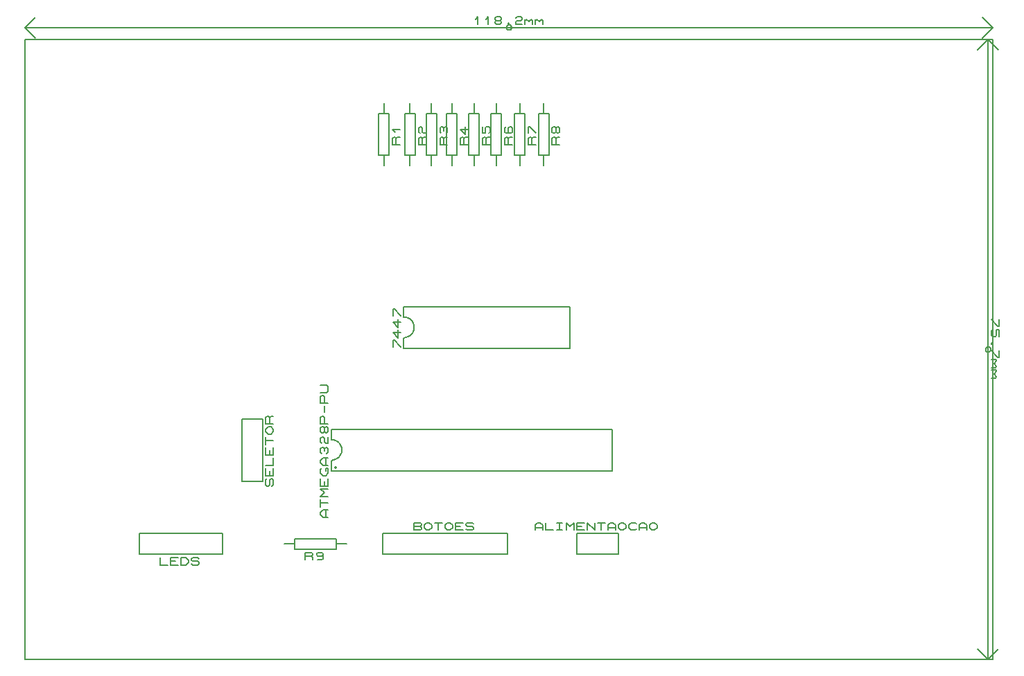
<source format=gbr>
G04 PROTEUS GERBER X2 FILE*
%TF.GenerationSoftware,Labcenter,Proteus,8.9-SP0-Build27865*%
%TF.CreationDate,2021-05-25T18:16:11+00:00*%
%TF.FileFunction,Legend,Top*%
%TF.FilePolarity,Positive*%
%TF.Part,Single*%
%TF.SameCoordinates,{8c929804-3c0d-4c6f-a7b4-99d41835b1df}*%
%FSLAX45Y45*%
%MOMM*%
G01*
%TA.AperFunction,Material*%
%ADD71C,0.203200*%
%TA.AperFunction,Profile*%
%ADD18C,0.203200*%
%TA.AperFunction,NonMaterial*%
%ADD20C,0.203200*%
%TD.AperFunction*%
D71*
X-6617344Y+3431104D02*
X-6617344Y+3558104D01*
X-6490344Y+3685104D02*
X-6492780Y+3710980D01*
X-6499829Y+3734952D01*
X-6511106Y+3756542D01*
X-6526222Y+3775274D01*
X-6544790Y+3790673D01*
X-6566425Y+3802262D01*
X-6590738Y+3809564D01*
X-6617344Y+3812104D01*
X-6490344Y+3685104D02*
X-6492780Y+3658498D01*
X-6499829Y+3634185D01*
X-6511106Y+3612550D01*
X-6526222Y+3593982D01*
X-6544790Y+3578866D01*
X-6566425Y+3567589D01*
X-6590738Y+3560540D01*
X-6617344Y+3558104D01*
X-6617344Y+3812104D02*
X-6617344Y+3939104D01*
X-4585344Y+3431104D02*
X-4585344Y+3939104D01*
X-6617344Y+3431104D02*
X-4585344Y+3431104D01*
X-4585344Y+3939104D02*
X-6617344Y+3939104D01*
X-6749424Y+3446979D02*
X-6749424Y+3526354D01*
X-6734184Y+3526354D01*
X-6657984Y+3446979D01*
X-6688464Y+3653354D02*
X-6688464Y+3558104D01*
X-6749424Y+3621604D01*
X-6657984Y+3621604D01*
X-6688464Y+3780354D02*
X-6688464Y+3685104D01*
X-6749424Y+3748604D01*
X-6657984Y+3748604D01*
X-6749424Y+3827979D02*
X-6749424Y+3907354D01*
X-6734184Y+3907354D01*
X-6657984Y+3827979D01*
X-7501844Y+1931934D02*
X-4072844Y+1931934D01*
X-4072844Y+2439934D01*
X-7501844Y+2439934D01*
X-7501844Y+1931934D02*
X-7501844Y+2058934D01*
X-7501844Y+2439934D02*
X-7501844Y+2312934D01*
X-7501844Y+2058934D02*
X-7475876Y+2061461D01*
X-7451862Y+2068732D01*
X-7430267Y+2080282D01*
X-7411555Y+2095645D01*
X-7396192Y+2114357D01*
X-7384642Y+2135953D01*
X-7377371Y+2159967D01*
X-7374844Y+2185934D01*
X-7501844Y+2312934D02*
X-7475876Y+2310407D01*
X-7451862Y+2303136D01*
X-7430267Y+2291587D01*
X-7411555Y+2276223D01*
X-7396192Y+2257511D01*
X-7384642Y+2235916D01*
X-7377371Y+2211902D01*
X-7374844Y+2185934D01*
X-7443860Y+1972574D02*
X-7443885Y+1973171D01*
X-7444087Y+1974367D01*
X-7444511Y+1975563D01*
X-7445205Y+1976759D01*
X-7446265Y+1977938D01*
X-7447461Y+1978801D01*
X-7448657Y+1979350D01*
X-7449853Y+1979659D01*
X-7451044Y+1979758D01*
X-7458228Y+1972574D02*
X-7458203Y+1973171D01*
X-7458001Y+1974367D01*
X-7457577Y+1975563D01*
X-7456883Y+1976759D01*
X-7455823Y+1977938D01*
X-7454627Y+1978801D01*
X-7453431Y+1979350D01*
X-7452235Y+1979659D01*
X-7451044Y+1979758D01*
X-7458228Y+1972574D02*
X-7458203Y+1971977D01*
X-7458001Y+1970781D01*
X-7457577Y+1969585D01*
X-7456883Y+1968389D01*
X-7455823Y+1967210D01*
X-7454627Y+1966347D01*
X-7453431Y+1965798D01*
X-7452235Y+1965489D01*
X-7451044Y+1965390D01*
X-7443860Y+1972574D02*
X-7443885Y+1971977D01*
X-7444087Y+1970781D01*
X-7444511Y+1969585D01*
X-7445205Y+1968389D01*
X-7446265Y+1967210D01*
X-7447461Y+1966347D01*
X-7448657Y+1965798D01*
X-7449853Y+1965489D01*
X-7451044Y+1965390D01*
X-7542484Y+1360434D02*
X-7603444Y+1360434D01*
X-7633924Y+1392184D01*
X-7633924Y+1423934D01*
X-7603444Y+1455684D01*
X-7542484Y+1455684D01*
X-7572964Y+1360434D02*
X-7572964Y+1455684D01*
X-7633924Y+1487434D02*
X-7633924Y+1582684D01*
X-7633924Y+1535059D02*
X-7542484Y+1535059D01*
X-7542484Y+1614434D02*
X-7633924Y+1614434D01*
X-7588204Y+1662059D01*
X-7633924Y+1709684D01*
X-7542484Y+1709684D01*
X-7542484Y+1836684D02*
X-7542484Y+1741434D01*
X-7633924Y+1741434D01*
X-7633924Y+1836684D01*
X-7588204Y+1741434D02*
X-7588204Y+1804934D01*
X-7572964Y+1931934D02*
X-7572964Y+1963684D01*
X-7542484Y+1963684D01*
X-7542484Y+1900184D01*
X-7572964Y+1868434D01*
X-7603444Y+1868434D01*
X-7633924Y+1900184D01*
X-7633924Y+1947809D01*
X-7618684Y+1963684D01*
X-7542484Y+1995434D02*
X-7603444Y+1995434D01*
X-7633924Y+2027184D01*
X-7633924Y+2058934D01*
X-7603444Y+2090684D01*
X-7542484Y+2090684D01*
X-7572964Y+1995434D02*
X-7572964Y+2090684D01*
X-7618684Y+2138309D02*
X-7633924Y+2154184D01*
X-7633924Y+2201809D01*
X-7618684Y+2217684D01*
X-7603444Y+2217684D01*
X-7588204Y+2201809D01*
X-7572964Y+2217684D01*
X-7557724Y+2217684D01*
X-7542484Y+2201809D01*
X-7542484Y+2154184D01*
X-7557724Y+2138309D01*
X-7588204Y+2170059D02*
X-7588204Y+2201809D01*
X-7618684Y+2265309D02*
X-7633924Y+2281184D01*
X-7633924Y+2328809D01*
X-7618684Y+2344684D01*
X-7603444Y+2344684D01*
X-7588204Y+2328809D01*
X-7588204Y+2281184D01*
X-7572964Y+2265309D01*
X-7542484Y+2265309D01*
X-7542484Y+2344684D01*
X-7588204Y+2408184D02*
X-7603444Y+2392309D01*
X-7618684Y+2392309D01*
X-7633924Y+2408184D01*
X-7633924Y+2455809D01*
X-7618684Y+2471684D01*
X-7603444Y+2471684D01*
X-7588204Y+2455809D01*
X-7588204Y+2408184D01*
X-7572964Y+2392309D01*
X-7557724Y+2392309D01*
X-7542484Y+2408184D01*
X-7542484Y+2455809D01*
X-7557724Y+2471684D01*
X-7572964Y+2471684D01*
X-7588204Y+2455809D01*
X-7542484Y+2503434D02*
X-7633924Y+2503434D01*
X-7633924Y+2582809D01*
X-7618684Y+2598684D01*
X-7603444Y+2598684D01*
X-7588204Y+2582809D01*
X-7588204Y+2503434D01*
X-7588204Y+2646309D02*
X-7588204Y+2725684D01*
X-7542484Y+2757434D02*
X-7633924Y+2757434D01*
X-7633924Y+2836809D01*
X-7618684Y+2852684D01*
X-7603444Y+2852684D01*
X-7588204Y+2836809D01*
X-7588204Y+2757434D01*
X-7633924Y+2884434D02*
X-7557724Y+2884434D01*
X-7542484Y+2900309D01*
X-7542484Y+2963809D01*
X-7557724Y+2979684D01*
X-7633924Y+2979684D01*
X-6877344Y+910604D02*
X-5353344Y+910604D01*
X-5353344Y+1164604D01*
X-6877344Y+1164604D01*
X-6877344Y+910604D01*
X-6496344Y+1205244D02*
X-6496344Y+1296684D01*
X-6416969Y+1296684D01*
X-6401094Y+1281444D01*
X-6401094Y+1266204D01*
X-6416969Y+1250964D01*
X-6401094Y+1235724D01*
X-6401094Y+1220484D01*
X-6416969Y+1205244D01*
X-6496344Y+1205244D01*
X-6496344Y+1250964D02*
X-6416969Y+1250964D01*
X-6369344Y+1266204D02*
X-6337594Y+1296684D01*
X-6305844Y+1296684D01*
X-6274094Y+1266204D01*
X-6274094Y+1235724D01*
X-6305844Y+1205244D01*
X-6337594Y+1205244D01*
X-6369344Y+1235724D01*
X-6369344Y+1266204D01*
X-6242344Y+1296684D02*
X-6147094Y+1296684D01*
X-6194719Y+1296684D02*
X-6194719Y+1205244D01*
X-6115344Y+1266204D02*
X-6083594Y+1296684D01*
X-6051844Y+1296684D01*
X-6020094Y+1266204D01*
X-6020094Y+1235724D01*
X-6051844Y+1205244D01*
X-6083594Y+1205244D01*
X-6115344Y+1235724D01*
X-6115344Y+1266204D01*
X-5893094Y+1205244D02*
X-5988344Y+1205244D01*
X-5988344Y+1296684D01*
X-5893094Y+1296684D01*
X-5988344Y+1250964D02*
X-5924844Y+1250964D01*
X-5861344Y+1220484D02*
X-5845469Y+1205244D01*
X-5781969Y+1205244D01*
X-5766094Y+1220484D01*
X-5766094Y+1235724D01*
X-5781969Y+1250964D01*
X-5845469Y+1250964D01*
X-5861344Y+1266204D01*
X-5861344Y+1281444D01*
X-5845469Y+1296684D01*
X-5781969Y+1296684D01*
X-5766094Y+1281444D01*
X-9849344Y+910604D02*
X-8833344Y+910604D01*
X-8833344Y+1164604D01*
X-9849344Y+1164604D01*
X-9849344Y+910604D01*
X-9595344Y+869964D02*
X-9595344Y+778524D01*
X-9500094Y+778524D01*
X-9373094Y+778524D02*
X-9468344Y+778524D01*
X-9468344Y+869964D01*
X-9373094Y+869964D01*
X-9468344Y+824244D02*
X-9404844Y+824244D01*
X-9341344Y+778524D02*
X-9341344Y+869964D01*
X-9277844Y+869964D01*
X-9246094Y+839484D01*
X-9246094Y+809004D01*
X-9277844Y+778524D01*
X-9341344Y+778524D01*
X-9214344Y+793764D02*
X-9198469Y+778524D01*
X-9134969Y+778524D01*
X-9119094Y+793764D01*
X-9119094Y+809004D01*
X-9134969Y+824244D01*
X-9198469Y+824244D01*
X-9214344Y+839484D01*
X-9214344Y+854724D01*
X-9198469Y+869964D01*
X-9134969Y+869964D01*
X-9119094Y+854724D01*
X-6860344Y+6422104D02*
X-6860344Y+6295104D01*
X-6923844Y+5787104D02*
X-6796844Y+5787104D01*
X-6796844Y+6295104D01*
X-6923844Y+6295104D01*
X-6923844Y+5787104D01*
X-6860344Y+5787104D02*
X-6860344Y+5660104D01*
X-6664764Y+5914104D02*
X-6756204Y+5914104D01*
X-6756204Y+5993479D01*
X-6740964Y+6009354D01*
X-6725724Y+6009354D01*
X-6710484Y+5993479D01*
X-6710484Y+5914104D01*
X-6710484Y+5993479D02*
X-6695244Y+6009354D01*
X-6664764Y+6009354D01*
X-6725724Y+6072854D02*
X-6756204Y+6104604D01*
X-6664764Y+6104604D01*
X-6540344Y+6422104D02*
X-6540344Y+6295104D01*
X-6603844Y+5787104D02*
X-6476844Y+5787104D01*
X-6476844Y+6295104D01*
X-6603844Y+6295104D01*
X-6603844Y+5787104D01*
X-6540344Y+5787104D02*
X-6540344Y+5660104D01*
X-6344764Y+5914104D02*
X-6436204Y+5914104D01*
X-6436204Y+5993479D01*
X-6420964Y+6009354D01*
X-6405724Y+6009354D01*
X-6390484Y+5993479D01*
X-6390484Y+5914104D01*
X-6390484Y+5993479D02*
X-6375244Y+6009354D01*
X-6344764Y+6009354D01*
X-6420964Y+6056979D02*
X-6436204Y+6072854D01*
X-6436204Y+6120479D01*
X-6420964Y+6136354D01*
X-6405724Y+6136354D01*
X-6390484Y+6120479D01*
X-6390484Y+6072854D01*
X-6375244Y+6056979D01*
X-6344764Y+6056979D01*
X-6344764Y+6136354D01*
X-6280344Y+6422104D02*
X-6280344Y+6295104D01*
X-6343844Y+5787104D02*
X-6216844Y+5787104D01*
X-6216844Y+6295104D01*
X-6343844Y+6295104D01*
X-6343844Y+5787104D01*
X-6280344Y+5787104D02*
X-6280344Y+5660104D01*
X-6084764Y+5914104D02*
X-6176204Y+5914104D01*
X-6176204Y+5993479D01*
X-6160964Y+6009354D01*
X-6145724Y+6009354D01*
X-6130484Y+5993479D01*
X-6130484Y+5914104D01*
X-6130484Y+5993479D02*
X-6115244Y+6009354D01*
X-6084764Y+6009354D01*
X-6160964Y+6056979D02*
X-6176204Y+6072854D01*
X-6176204Y+6120479D01*
X-6160964Y+6136354D01*
X-6145724Y+6136354D01*
X-6130484Y+6120479D01*
X-6115244Y+6136354D01*
X-6100004Y+6136354D01*
X-6084764Y+6120479D01*
X-6084764Y+6072854D01*
X-6100004Y+6056979D01*
X-6130484Y+6088729D02*
X-6130484Y+6120479D01*
X-6030344Y+6422104D02*
X-6030344Y+6295104D01*
X-6093844Y+5787104D02*
X-5966844Y+5787104D01*
X-5966844Y+6295104D01*
X-6093844Y+6295104D01*
X-6093844Y+5787104D01*
X-6030344Y+5787104D02*
X-6030344Y+5660104D01*
X-5834764Y+5914104D02*
X-5926204Y+5914104D01*
X-5926204Y+5993479D01*
X-5910964Y+6009354D01*
X-5895724Y+6009354D01*
X-5880484Y+5993479D01*
X-5880484Y+5914104D01*
X-5880484Y+5993479D02*
X-5865244Y+6009354D01*
X-5834764Y+6009354D01*
X-5865244Y+6136354D02*
X-5865244Y+6041104D01*
X-5926204Y+6104604D01*
X-5834764Y+6104604D01*
X-5760344Y+6422104D02*
X-5760344Y+6295104D01*
X-5823844Y+5787104D02*
X-5696844Y+5787104D01*
X-5696844Y+6295104D01*
X-5823844Y+6295104D01*
X-5823844Y+5787104D01*
X-5760344Y+5787104D02*
X-5760344Y+5660104D01*
X-5564764Y+5914104D02*
X-5656204Y+5914104D01*
X-5656204Y+5993479D01*
X-5640964Y+6009354D01*
X-5625724Y+6009354D01*
X-5610484Y+5993479D01*
X-5610484Y+5914104D01*
X-5610484Y+5993479D02*
X-5595244Y+6009354D01*
X-5564764Y+6009354D01*
X-5656204Y+6136354D02*
X-5656204Y+6056979D01*
X-5625724Y+6056979D01*
X-5625724Y+6120479D01*
X-5610484Y+6136354D01*
X-5580004Y+6136354D01*
X-5564764Y+6120479D01*
X-5564764Y+6072854D01*
X-5580004Y+6056979D01*
X-5490344Y+6422104D02*
X-5490344Y+6295104D01*
X-5553844Y+5787104D02*
X-5426844Y+5787104D01*
X-5426844Y+6295104D01*
X-5553844Y+6295104D01*
X-5553844Y+5787104D01*
X-5490344Y+5787104D02*
X-5490344Y+5660104D01*
X-5294764Y+5914104D02*
X-5386204Y+5914104D01*
X-5386204Y+5993479D01*
X-5370964Y+6009354D01*
X-5355724Y+6009354D01*
X-5340484Y+5993479D01*
X-5340484Y+5914104D01*
X-5340484Y+5993479D02*
X-5325244Y+6009354D01*
X-5294764Y+6009354D01*
X-5370964Y+6136354D02*
X-5386204Y+6120479D01*
X-5386204Y+6072854D01*
X-5370964Y+6056979D01*
X-5310004Y+6056979D01*
X-5294764Y+6072854D01*
X-5294764Y+6120479D01*
X-5310004Y+6136354D01*
X-5325244Y+6136354D01*
X-5340484Y+6120479D01*
X-5340484Y+6056979D01*
X-5200344Y+6422104D02*
X-5200344Y+6295104D01*
X-5263844Y+5787104D02*
X-5136844Y+5787104D01*
X-5136844Y+6295104D01*
X-5263844Y+6295104D01*
X-5263844Y+5787104D01*
X-5200344Y+5787104D02*
X-5200344Y+5660104D01*
X-5004764Y+5914104D02*
X-5096204Y+5914104D01*
X-5096204Y+5993479D01*
X-5080964Y+6009354D01*
X-5065724Y+6009354D01*
X-5050484Y+5993479D01*
X-5050484Y+5914104D01*
X-5050484Y+5993479D02*
X-5035244Y+6009354D01*
X-5004764Y+6009354D01*
X-5096204Y+6056979D02*
X-5096204Y+6136354D01*
X-5080964Y+6136354D01*
X-5004764Y+6056979D01*
X-4910344Y+6422104D02*
X-4910344Y+6295104D01*
X-4973844Y+5787104D02*
X-4846844Y+5787104D01*
X-4846844Y+6295104D01*
X-4973844Y+6295104D01*
X-4973844Y+5787104D01*
X-4910344Y+5787104D02*
X-4910344Y+5660104D01*
X-4714764Y+5914104D02*
X-4806204Y+5914104D01*
X-4806204Y+5993479D01*
X-4790964Y+6009354D01*
X-4775724Y+6009354D01*
X-4760484Y+5993479D01*
X-4760484Y+5914104D01*
X-4760484Y+5993479D02*
X-4745244Y+6009354D01*
X-4714764Y+6009354D01*
X-4760484Y+6072854D02*
X-4775724Y+6056979D01*
X-4790964Y+6056979D01*
X-4806204Y+6072854D01*
X-4806204Y+6120479D01*
X-4790964Y+6136354D01*
X-4775724Y+6136354D01*
X-4760484Y+6120479D01*
X-4760484Y+6072854D01*
X-4745244Y+6056979D01*
X-4730004Y+6056979D01*
X-4714764Y+6072854D01*
X-4714764Y+6120479D01*
X-4730004Y+6136354D01*
X-4745244Y+6136354D01*
X-4760484Y+6120479D01*
X-7317344Y+1037604D02*
X-7444344Y+1037604D01*
X-7952344Y+974104D02*
X-7444344Y+974104D01*
X-7444344Y+1101104D01*
X-7952344Y+1101104D01*
X-7952344Y+974104D01*
X-7952344Y+1037604D02*
X-8079344Y+1037604D01*
X-7825344Y+842024D02*
X-7825344Y+933464D01*
X-7745969Y+933464D01*
X-7730094Y+918224D01*
X-7730094Y+902984D01*
X-7745969Y+887744D01*
X-7825344Y+887744D01*
X-7745969Y+887744D02*
X-7730094Y+872504D01*
X-7730094Y+842024D01*
X-7603094Y+902984D02*
X-7618969Y+887744D01*
X-7666594Y+887744D01*
X-7682469Y+902984D01*
X-7682469Y+918224D01*
X-7666594Y+933464D01*
X-7618969Y+933464D01*
X-7603094Y+918224D01*
X-7603094Y+857264D01*
X-7618969Y+842024D01*
X-7666594Y+842024D01*
X-8597344Y+1804934D02*
X-8343344Y+1804934D01*
X-8343344Y+2566934D01*
X-8597344Y+2566934D01*
X-8597344Y+1804934D01*
X-8226504Y+1741434D02*
X-8211264Y+1757309D01*
X-8211264Y+1820809D01*
X-8226504Y+1836684D01*
X-8241744Y+1836684D01*
X-8256984Y+1820809D01*
X-8256984Y+1757309D01*
X-8272224Y+1741434D01*
X-8287464Y+1741434D01*
X-8302704Y+1757309D01*
X-8302704Y+1820809D01*
X-8287464Y+1836684D01*
X-8211264Y+1963684D02*
X-8211264Y+1868434D01*
X-8302704Y+1868434D01*
X-8302704Y+1963684D01*
X-8256984Y+1868434D02*
X-8256984Y+1931934D01*
X-8302704Y+1995434D02*
X-8211264Y+1995434D01*
X-8211264Y+2090684D01*
X-8211264Y+2217684D02*
X-8211264Y+2122434D01*
X-8302704Y+2122434D01*
X-8302704Y+2217684D01*
X-8256984Y+2122434D02*
X-8256984Y+2185934D01*
X-8302704Y+2249434D02*
X-8302704Y+2344684D01*
X-8302704Y+2297059D02*
X-8211264Y+2297059D01*
X-8272224Y+2376434D02*
X-8302704Y+2408184D01*
X-8302704Y+2439934D01*
X-8272224Y+2471684D01*
X-8241744Y+2471684D01*
X-8211264Y+2439934D01*
X-8211264Y+2408184D01*
X-8241744Y+2376434D01*
X-8272224Y+2376434D01*
X-8211264Y+2503434D02*
X-8302704Y+2503434D01*
X-8302704Y+2582809D01*
X-8287464Y+2598684D01*
X-8272224Y+2598684D01*
X-8256984Y+2582809D01*
X-8256984Y+2503434D01*
X-8256984Y+2582809D02*
X-8241744Y+2598684D01*
X-8211264Y+2598684D01*
X-4507344Y+910604D02*
X-3999344Y+910604D01*
X-3999344Y+1164604D01*
X-4507344Y+1164604D01*
X-4507344Y+910604D01*
X-5015344Y+1205244D02*
X-5015344Y+1266204D01*
X-4983594Y+1296684D01*
X-4951844Y+1296684D01*
X-4920094Y+1266204D01*
X-4920094Y+1205244D01*
X-5015344Y+1235724D02*
X-4920094Y+1235724D01*
X-4888344Y+1296684D02*
X-4888344Y+1205244D01*
X-4793094Y+1205244D01*
X-4745469Y+1296684D02*
X-4681969Y+1296684D01*
X-4713719Y+1296684D02*
X-4713719Y+1205244D01*
X-4745469Y+1205244D02*
X-4681969Y+1205244D01*
X-4634344Y+1205244D02*
X-4634344Y+1296684D01*
X-4586719Y+1250964D01*
X-4539094Y+1296684D01*
X-4539094Y+1205244D01*
X-4412094Y+1205244D02*
X-4507344Y+1205244D01*
X-4507344Y+1296684D01*
X-4412094Y+1296684D01*
X-4507344Y+1250964D02*
X-4443844Y+1250964D01*
X-4380344Y+1205244D02*
X-4380344Y+1296684D01*
X-4285094Y+1205244D01*
X-4285094Y+1296684D01*
X-4253344Y+1296684D02*
X-4158094Y+1296684D01*
X-4205719Y+1296684D02*
X-4205719Y+1205244D01*
X-4126344Y+1205244D02*
X-4126344Y+1266204D01*
X-4094594Y+1296684D01*
X-4062844Y+1296684D01*
X-4031094Y+1266204D01*
X-4031094Y+1205244D01*
X-4126344Y+1235724D02*
X-4031094Y+1235724D01*
X-3999344Y+1266204D02*
X-3967594Y+1296684D01*
X-3935844Y+1296684D01*
X-3904094Y+1266204D01*
X-3904094Y+1235724D01*
X-3935844Y+1205244D01*
X-3967594Y+1205244D01*
X-3999344Y+1235724D01*
X-3999344Y+1266204D01*
X-3777094Y+1220484D02*
X-3792969Y+1205244D01*
X-3840594Y+1205244D01*
X-3872344Y+1235724D01*
X-3872344Y+1266204D01*
X-3840594Y+1296684D01*
X-3792969Y+1296684D01*
X-3777094Y+1281444D01*
X-3745344Y+1205244D02*
X-3745344Y+1266204D01*
X-3713594Y+1296684D01*
X-3681844Y+1296684D01*
X-3650094Y+1266204D01*
X-3650094Y+1205244D01*
X-3745344Y+1235724D02*
X-3650094Y+1235724D01*
X-3618344Y+1266204D02*
X-3586594Y+1296684D01*
X-3554844Y+1296684D01*
X-3523094Y+1266204D01*
X-3523094Y+1235724D01*
X-3554844Y+1205244D01*
X-3586594Y+1205244D01*
X-3618344Y+1235724D01*
X-3618344Y+1266204D01*
D18*
X-11240344Y-370596D02*
X+579656Y-370596D01*
X+579656Y+7199404D01*
X-11240344Y+7199404D01*
X-11240344Y-370596D01*
D20*
X-11240344Y+7349404D02*
X+579656Y+7349404D01*
X-11240344Y+7349404D02*
X-11113344Y+7222404D01*
X-11240344Y+7349404D02*
X-11113344Y+7476404D01*
X+579656Y+7349404D02*
X+452656Y+7476404D01*
X+579656Y+7349404D02*
X+452656Y+7222404D01*
X-5298594Y+7349404D02*
X-5298703Y+7352038D01*
X-5299593Y+7357307D01*
X-5301455Y+7362576D01*
X-5304498Y+7367845D01*
X-5309153Y+7373047D01*
X-5314422Y+7376873D01*
X-5319691Y+7379313D01*
X-5324960Y+7380694D01*
X-5330229Y+7381154D01*
X-5330344Y+7381154D01*
X-5362094Y+7349404D02*
X-5361985Y+7352038D01*
X-5361095Y+7357307D01*
X-5359233Y+7362576D01*
X-5356190Y+7367845D01*
X-5351535Y+7373047D01*
X-5346266Y+7376873D01*
X-5340997Y+7379313D01*
X-5335728Y+7380694D01*
X-5330459Y+7381154D01*
X-5330344Y+7381154D01*
X-5362094Y+7349404D02*
X-5361985Y+7346770D01*
X-5361095Y+7341501D01*
X-5359233Y+7336232D01*
X-5356190Y+7330963D01*
X-5351535Y+7325761D01*
X-5346266Y+7321935D01*
X-5340997Y+7319495D01*
X-5335728Y+7318114D01*
X-5330459Y+7317654D01*
X-5330344Y+7317654D01*
X-5298594Y+7349404D02*
X-5298703Y+7346770D01*
X-5299593Y+7341501D01*
X-5301455Y+7336232D01*
X-5304498Y+7330963D01*
X-5309153Y+7325761D01*
X-5314422Y+7321935D01*
X-5319691Y+7319495D01*
X-5324960Y+7318114D01*
X-5330229Y+7317654D01*
X-5330344Y+7317654D01*
X-5743094Y+7451004D02*
X-5711344Y+7481484D01*
X-5711344Y+7390044D01*
X-5616094Y+7451004D02*
X-5584344Y+7481484D01*
X-5584344Y+7390044D01*
X-5489094Y+7435764D02*
X-5504969Y+7451004D01*
X-5504969Y+7466244D01*
X-5489094Y+7481484D01*
X-5441469Y+7481484D01*
X-5425594Y+7466244D01*
X-5425594Y+7451004D01*
X-5441469Y+7435764D01*
X-5489094Y+7435764D01*
X-5504969Y+7420524D01*
X-5504969Y+7405284D01*
X-5489094Y+7390044D01*
X-5441469Y+7390044D01*
X-5425594Y+7405284D01*
X-5425594Y+7420524D01*
X-5441469Y+7435764D01*
X-5346219Y+7405284D02*
X-5330344Y+7405284D01*
X-5330344Y+7390044D01*
X-5346219Y+7390044D01*
X-5346219Y+7405284D01*
X-5250969Y+7466244D02*
X-5235094Y+7481484D01*
X-5187469Y+7481484D01*
X-5171594Y+7466244D01*
X-5171594Y+7451004D01*
X-5187469Y+7435764D01*
X-5235094Y+7435764D01*
X-5250969Y+7420524D01*
X-5250969Y+7390044D01*
X-5171594Y+7390044D01*
X-5139844Y+7390044D02*
X-5139844Y+7451004D01*
X-5139844Y+7435764D02*
X-5123969Y+7451004D01*
X-5092219Y+7420524D01*
X-5060469Y+7451004D01*
X-5044594Y+7435764D01*
X-5044594Y+7390044D01*
X-5012844Y+7390044D02*
X-5012844Y+7451004D01*
X-5012844Y+7435764D02*
X-4996969Y+7451004D01*
X-4965219Y+7420524D01*
X-4933469Y+7451004D01*
X-4917594Y+7435764D01*
X-4917594Y+7390044D01*
X+519656Y+7199404D02*
X+519656Y-370596D01*
X+519656Y+7199404D02*
X+392656Y+7072404D01*
X+519656Y+7199404D02*
X+646656Y+7072404D01*
X+519656Y-370596D02*
X+646656Y-243596D01*
X+519656Y-370596D02*
X+392656Y-243596D01*
X+551406Y+3414404D02*
X+551297Y+3417038D01*
X+550407Y+3422307D01*
X+548545Y+3427576D01*
X+545502Y+3432845D01*
X+540847Y+3438047D01*
X+535578Y+3441873D01*
X+530309Y+3444313D01*
X+525040Y+3445694D01*
X+519771Y+3446154D01*
X+519656Y+3446154D01*
X+487906Y+3414404D02*
X+488015Y+3417038D01*
X+488905Y+3422307D01*
X+490767Y+3427576D01*
X+493810Y+3432845D01*
X+498465Y+3438047D01*
X+503734Y+3441873D01*
X+509003Y+3444313D01*
X+514272Y+3445694D01*
X+519541Y+3446154D01*
X+519656Y+3446154D01*
X+487906Y+3414404D02*
X+488015Y+3411770D01*
X+488905Y+3406501D01*
X+490767Y+3401232D01*
X+493810Y+3395963D01*
X+498465Y+3390761D01*
X+503734Y+3386935D01*
X+509003Y+3384495D01*
X+514272Y+3383114D01*
X+519541Y+3382654D01*
X+519656Y+3382654D01*
X+551406Y+3414404D02*
X+551297Y+3411770D01*
X+550407Y+3406501D01*
X+548545Y+3401232D01*
X+545502Y+3395963D01*
X+540847Y+3390761D01*
X+535578Y+3386935D01*
X+530309Y+3384495D01*
X+525040Y+3383114D01*
X+519771Y+3382654D01*
X+519656Y+3382654D01*
X+651736Y+3779529D02*
X+651736Y+3700154D01*
X+636496Y+3700154D01*
X+560296Y+3779529D01*
X+651736Y+3573154D02*
X+651736Y+3652529D01*
X+621256Y+3652529D01*
X+621256Y+3589029D01*
X+606016Y+3573154D01*
X+575536Y+3573154D01*
X+560296Y+3589029D01*
X+560296Y+3636654D01*
X+575536Y+3652529D01*
X+575536Y+3493779D02*
X+575536Y+3477904D01*
X+560296Y+3477904D01*
X+560296Y+3493779D01*
X+575536Y+3493779D01*
X+651736Y+3398529D02*
X+651736Y+3319154D01*
X+636496Y+3319154D01*
X+560296Y+3398529D01*
X+560296Y+3287404D02*
X+621256Y+3287404D01*
X+606016Y+3287404D02*
X+621256Y+3271529D01*
X+590776Y+3239779D01*
X+621256Y+3208029D01*
X+606016Y+3192154D01*
X+560296Y+3192154D01*
X+560296Y+3160404D02*
X+621256Y+3160404D01*
X+606016Y+3160404D02*
X+621256Y+3144529D01*
X+590776Y+3112779D01*
X+621256Y+3081029D01*
X+606016Y+3065154D01*
X+560296Y+3065154D01*
M02*

</source>
